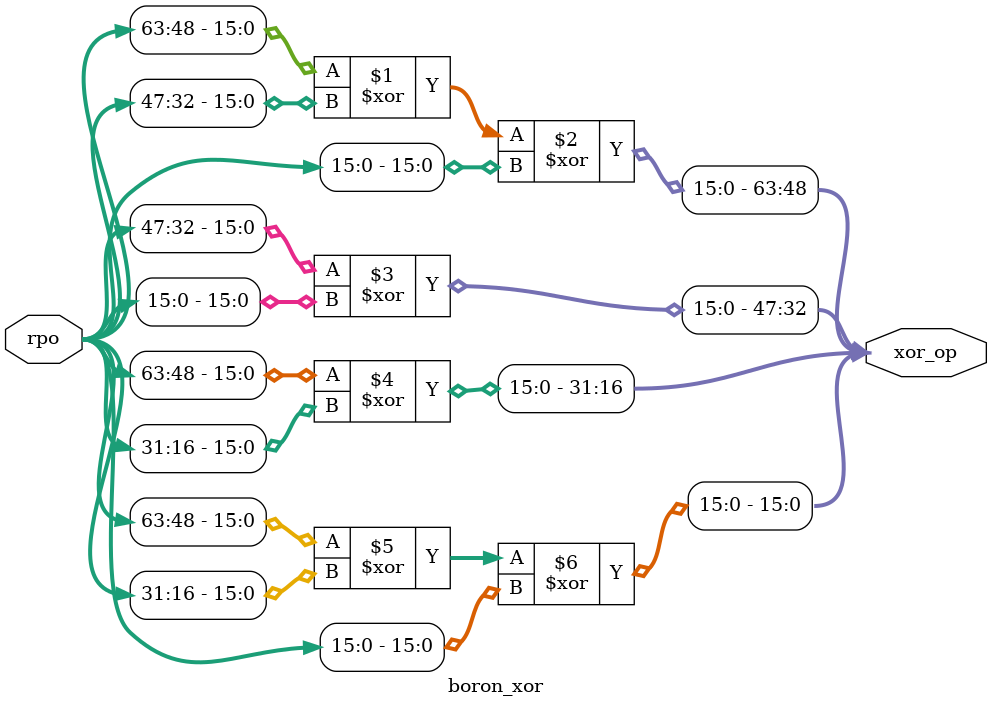
<source format=v>
module boron_xor (rpo, xor_op);
input [63:0] rpo;
output [63:0] xor_op;

assign xor_op[63:48] = rpo[63:48] ^ rpo[47:32] ^ rpo[15:0];
assign xor_op[47:32] = rpo[47:32] ^ rpo[15:0];
assign xor_op[31:16] = rpo[63:48] ^ rpo[31:16];
assign xor_op[15:0] = rpo[63:48] ^ rpo[31:16] ^ rpo[15:0];

endmodule
</source>
